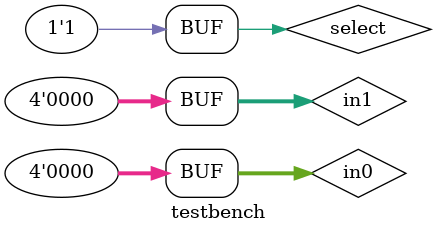
<source format=v>
`timescale 1ns/1ns

module testbench();
reg [3:0]in0, in1;
wire [3:0]out0;
reg select;

mux m(out0, in0, in1, select);

    
//always begin #`CYCLE CLK = ~CLK; end
initial begin
    $dumpfile("result.vcd");
    $dumpvars;
end

initial begin
#0
    in0 = 'b0000;
    in1 = 'b0101;
    select = 0;
#20
    select = 'b1;
#40
    in0 = 'b1111;
    in1 = 'b0110;
    select = 0;
#60 
    select = 'b1;
#100
    in0 = 0;
    in1 = 0;
end
endmodule

</source>
